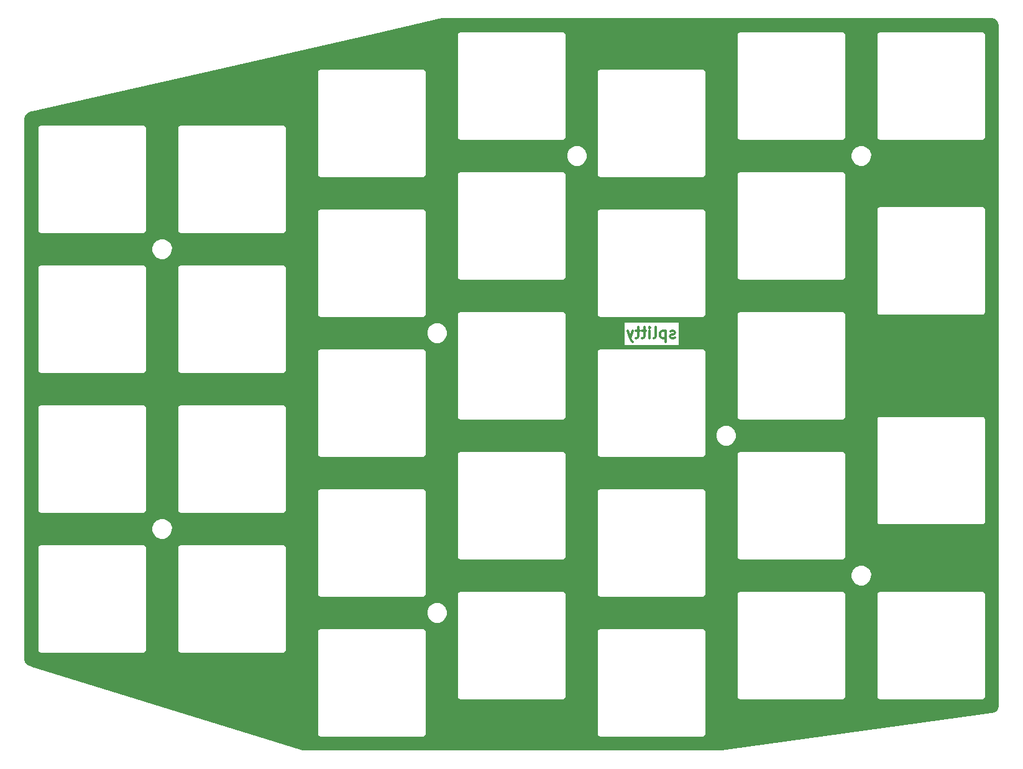
<source format=gbr>
G04 #@! TF.FileFunction,Copper,L2,Bot,Signal*
%FSLAX46Y46*%
G04 Gerber Fmt 4.6, Leading zero omitted, Abs format (unit mm)*
G04 Created by KiCad (PCBNEW 4.0.7+dfsg1-1~bpo9+1) date Sat May 26 14:25:42 2018*
%MOMM*%
%LPD*%
G01*
G04 APERTURE LIST*
%ADD10C,0.100000*%
%ADD11C,0.300000*%
%ADD12R,2.000000X2.000000*%
%ADD13C,0.200000*%
G04 APERTURE END LIST*
D10*
D11*
X136528572Y-72362143D02*
X136385715Y-72433571D01*
X136100000Y-72433571D01*
X135957143Y-72362143D01*
X135885715Y-72219286D01*
X135885715Y-72147857D01*
X135957143Y-72005000D01*
X136100000Y-71933571D01*
X136314286Y-71933571D01*
X136457143Y-71862143D01*
X136528572Y-71719286D01*
X136528572Y-71647857D01*
X136457143Y-71505000D01*
X136314286Y-71433571D01*
X136100000Y-71433571D01*
X135957143Y-71505000D01*
X135242857Y-71433571D02*
X135242857Y-72933571D01*
X135242857Y-71505000D02*
X135100000Y-71433571D01*
X134814286Y-71433571D01*
X134671429Y-71505000D01*
X134600000Y-71576429D01*
X134528571Y-71719286D01*
X134528571Y-72147857D01*
X134600000Y-72290714D01*
X134671429Y-72362143D01*
X134814286Y-72433571D01*
X135100000Y-72433571D01*
X135242857Y-72362143D01*
X133671428Y-72433571D02*
X133814286Y-72362143D01*
X133885714Y-72219286D01*
X133885714Y-70933571D01*
X133100000Y-72433571D02*
X133100000Y-71433571D01*
X133100000Y-70933571D02*
X133171429Y-71005000D01*
X133100000Y-71076429D01*
X133028572Y-71005000D01*
X133100000Y-70933571D01*
X133100000Y-71076429D01*
X132600000Y-71433571D02*
X132028571Y-71433571D01*
X132385714Y-70933571D02*
X132385714Y-72219286D01*
X132314286Y-72362143D01*
X132171428Y-72433571D01*
X132028571Y-72433571D01*
X131742857Y-71433571D02*
X131171428Y-71433571D01*
X131528571Y-70933571D02*
X131528571Y-72219286D01*
X131457143Y-72362143D01*
X131314285Y-72433571D01*
X131171428Y-72433571D01*
X130814285Y-71433571D02*
X130457142Y-72433571D01*
X130100000Y-71433571D02*
X130457142Y-72433571D01*
X130600000Y-72790714D01*
X130671428Y-72862143D01*
X130814285Y-72933571D01*
D12*
X166370000Y-76835000D03*
D13*
G36*
X180040788Y-29034335D02*
X180325457Y-29224545D01*
X180515665Y-29509212D01*
X180590000Y-29882917D01*
X180590000Y-122517083D01*
X180515665Y-122890788D01*
X180325457Y-123175455D01*
X180040788Y-123365665D01*
X179641090Y-123445170D01*
X142848575Y-128520000D01*
X85783370Y-128520000D01*
X49009114Y-117107300D01*
X48988890Y-117105177D01*
X48970109Y-117097398D01*
X48559212Y-117015665D01*
X48274545Y-116825457D01*
X48084335Y-116540788D01*
X48010000Y-116167082D01*
X48010000Y-100950000D01*
X49765000Y-100950000D01*
X49765000Y-114950000D01*
X49794306Y-115097333D01*
X49877764Y-115222236D01*
X50002667Y-115305694D01*
X50150000Y-115335000D01*
X64150000Y-115335000D01*
X64297333Y-115305694D01*
X64422236Y-115222236D01*
X64505694Y-115097333D01*
X64535000Y-114950000D01*
X64535000Y-100950000D01*
X68815000Y-100950000D01*
X68815000Y-114950000D01*
X68844306Y-115097333D01*
X68927764Y-115222236D01*
X69052667Y-115305694D01*
X69200000Y-115335000D01*
X83200000Y-115335000D01*
X83347333Y-115305694D01*
X83472236Y-115222236D01*
X83555694Y-115097333D01*
X83585000Y-114950000D01*
X83585000Y-112380000D01*
X87865000Y-112380000D01*
X87865000Y-126380000D01*
X87894306Y-126527333D01*
X87977764Y-126652236D01*
X88102667Y-126735694D01*
X88250000Y-126765000D01*
X102250000Y-126765000D01*
X102397333Y-126735694D01*
X102522236Y-126652236D01*
X102605694Y-126527333D01*
X102635000Y-126380000D01*
X102635000Y-112380000D01*
X102605694Y-112232667D01*
X102522236Y-112107764D01*
X102397333Y-112024306D01*
X102250000Y-111995000D01*
X88250000Y-111995000D01*
X88102667Y-112024306D01*
X87977764Y-112107764D01*
X87894306Y-112232667D01*
X87865000Y-112380000D01*
X83585000Y-112380000D01*
X83585000Y-110134236D01*
X102729755Y-110134236D01*
X102943963Y-110652658D01*
X103340256Y-111049643D01*
X103858303Y-111264755D01*
X104419236Y-111265245D01*
X104937658Y-111051037D01*
X105334643Y-110654744D01*
X105549755Y-110136697D01*
X105550245Y-109575764D01*
X105336037Y-109057342D01*
X104939744Y-108660357D01*
X104421697Y-108445245D01*
X103860764Y-108444755D01*
X103342342Y-108658963D01*
X102945357Y-109055256D01*
X102730245Y-109573303D01*
X102729755Y-110134236D01*
X83585000Y-110134236D01*
X83585000Y-100950000D01*
X83555694Y-100802667D01*
X83472236Y-100677764D01*
X83347333Y-100594306D01*
X83200000Y-100565000D01*
X69200000Y-100565000D01*
X69052667Y-100594306D01*
X68927764Y-100677764D01*
X68844306Y-100802667D01*
X68815000Y-100950000D01*
X64535000Y-100950000D01*
X64505694Y-100802667D01*
X64422236Y-100677764D01*
X64297333Y-100594306D01*
X64150000Y-100565000D01*
X50150000Y-100565000D01*
X50002667Y-100594306D01*
X49877764Y-100677764D01*
X49794306Y-100802667D01*
X49765000Y-100950000D01*
X48010000Y-100950000D01*
X48010000Y-98704236D01*
X65264755Y-98704236D01*
X65478963Y-99222658D01*
X65875256Y-99619643D01*
X66393303Y-99834755D01*
X66954236Y-99835245D01*
X67472658Y-99621037D01*
X67869643Y-99224744D01*
X68084755Y-98706697D01*
X68085245Y-98145764D01*
X67871037Y-97627342D01*
X67474744Y-97230357D01*
X66956697Y-97015245D01*
X66395764Y-97014755D01*
X65877342Y-97228963D01*
X65480357Y-97625256D01*
X65265245Y-98143303D01*
X65264755Y-98704236D01*
X48010000Y-98704236D01*
X48010000Y-81900000D01*
X49765000Y-81900000D01*
X49765000Y-95900000D01*
X49794306Y-96047333D01*
X49877764Y-96172236D01*
X50002667Y-96255694D01*
X50150000Y-96285000D01*
X64150000Y-96285000D01*
X64297333Y-96255694D01*
X64422236Y-96172236D01*
X64505694Y-96047333D01*
X64535000Y-95900000D01*
X64535000Y-81900000D01*
X68815000Y-81900000D01*
X68815000Y-95900000D01*
X68844306Y-96047333D01*
X68927764Y-96172236D01*
X69052667Y-96255694D01*
X69200000Y-96285000D01*
X83200000Y-96285000D01*
X83347333Y-96255694D01*
X83472236Y-96172236D01*
X83555694Y-96047333D01*
X83585000Y-95900000D01*
X83585000Y-93330000D01*
X87865000Y-93330000D01*
X87865000Y-107330000D01*
X87894306Y-107477333D01*
X87977764Y-107602236D01*
X88102667Y-107685694D01*
X88250000Y-107715000D01*
X102250000Y-107715000D01*
X102397333Y-107685694D01*
X102522236Y-107602236D01*
X102605694Y-107477333D01*
X102635000Y-107330000D01*
X102635000Y-107300000D01*
X106915000Y-107300000D01*
X106915000Y-121300000D01*
X106944306Y-121447333D01*
X107027764Y-121572236D01*
X107152667Y-121655694D01*
X107300000Y-121685000D01*
X121300000Y-121685000D01*
X121447333Y-121655694D01*
X121572236Y-121572236D01*
X121655694Y-121447333D01*
X121685000Y-121300000D01*
X121685000Y-112380000D01*
X125965000Y-112380000D01*
X125965000Y-126380000D01*
X125994306Y-126527333D01*
X126077764Y-126652236D01*
X126202667Y-126735694D01*
X126350000Y-126765000D01*
X140350000Y-126765000D01*
X140497333Y-126735694D01*
X140622236Y-126652236D01*
X140705694Y-126527333D01*
X140735000Y-126380000D01*
X140735000Y-112380000D01*
X140705694Y-112232667D01*
X140622236Y-112107764D01*
X140497333Y-112024306D01*
X140350000Y-111995000D01*
X126350000Y-111995000D01*
X126202667Y-112024306D01*
X126077764Y-112107764D01*
X125994306Y-112232667D01*
X125965000Y-112380000D01*
X121685000Y-112380000D01*
X121685000Y-107300000D01*
X121655694Y-107152667D01*
X121572236Y-107027764D01*
X121447333Y-106944306D01*
X121300000Y-106915000D01*
X107300000Y-106915000D01*
X107152667Y-106944306D01*
X107027764Y-107027764D01*
X106944306Y-107152667D01*
X106915000Y-107300000D01*
X102635000Y-107300000D01*
X102635000Y-93330000D01*
X102605694Y-93182667D01*
X102522236Y-93057764D01*
X102397333Y-92974306D01*
X102250000Y-92945000D01*
X88250000Y-92945000D01*
X88102667Y-92974306D01*
X87977764Y-93057764D01*
X87894306Y-93182667D01*
X87865000Y-93330000D01*
X83585000Y-93330000D01*
X83585000Y-81900000D01*
X83555694Y-81752667D01*
X83472236Y-81627764D01*
X83347333Y-81544306D01*
X83200000Y-81515000D01*
X69200000Y-81515000D01*
X69052667Y-81544306D01*
X68927764Y-81627764D01*
X68844306Y-81752667D01*
X68815000Y-81900000D01*
X64535000Y-81900000D01*
X64505694Y-81752667D01*
X64422236Y-81627764D01*
X64297333Y-81544306D01*
X64150000Y-81515000D01*
X50150000Y-81515000D01*
X50002667Y-81544306D01*
X49877764Y-81627764D01*
X49794306Y-81752667D01*
X49765000Y-81900000D01*
X48010000Y-81900000D01*
X48010000Y-62850000D01*
X49765000Y-62850000D01*
X49765000Y-76850000D01*
X49794306Y-76997333D01*
X49877764Y-77122236D01*
X50002667Y-77205694D01*
X50150000Y-77235000D01*
X64150000Y-77235000D01*
X64297333Y-77205694D01*
X64422236Y-77122236D01*
X64505694Y-76997333D01*
X64535000Y-76850000D01*
X64535000Y-62850000D01*
X68815000Y-62850000D01*
X68815000Y-76850000D01*
X68844306Y-76997333D01*
X68927764Y-77122236D01*
X69052667Y-77205694D01*
X69200000Y-77235000D01*
X83200000Y-77235000D01*
X83347333Y-77205694D01*
X83472236Y-77122236D01*
X83555694Y-76997333D01*
X83585000Y-76850000D01*
X83585000Y-74280000D01*
X87865000Y-74280000D01*
X87865000Y-88280000D01*
X87894306Y-88427333D01*
X87977764Y-88552236D01*
X88102667Y-88635694D01*
X88250000Y-88665000D01*
X102250000Y-88665000D01*
X102397333Y-88635694D01*
X102522236Y-88552236D01*
X102605694Y-88427333D01*
X102635000Y-88280000D01*
X102635000Y-88250000D01*
X106915000Y-88250000D01*
X106915000Y-102250000D01*
X106944306Y-102397333D01*
X107027764Y-102522236D01*
X107152667Y-102605694D01*
X107300000Y-102635000D01*
X121300000Y-102635000D01*
X121447333Y-102605694D01*
X121572236Y-102522236D01*
X121655694Y-102397333D01*
X121685000Y-102250000D01*
X121685000Y-93330000D01*
X125965000Y-93330000D01*
X125965000Y-107330000D01*
X125994306Y-107477333D01*
X126077764Y-107602236D01*
X126202667Y-107685694D01*
X126350000Y-107715000D01*
X140350000Y-107715000D01*
X140497333Y-107685694D01*
X140622236Y-107602236D01*
X140705694Y-107477333D01*
X140735000Y-107330000D01*
X140735000Y-107300000D01*
X145015000Y-107300000D01*
X145015000Y-121300000D01*
X145044306Y-121447333D01*
X145127764Y-121572236D01*
X145252667Y-121655694D01*
X145400000Y-121685000D01*
X159400000Y-121685000D01*
X159547333Y-121655694D01*
X159672236Y-121572236D01*
X159755694Y-121447333D01*
X159785000Y-121300000D01*
X159785000Y-107300000D01*
X164065000Y-107300000D01*
X164065000Y-121300000D01*
X164094306Y-121447333D01*
X164177764Y-121572236D01*
X164302667Y-121655694D01*
X164450000Y-121685000D01*
X178450000Y-121685000D01*
X178597333Y-121655694D01*
X178722236Y-121572236D01*
X178805694Y-121447333D01*
X178835000Y-121300000D01*
X178835000Y-107300000D01*
X178805694Y-107152667D01*
X178722236Y-107027764D01*
X178597333Y-106944306D01*
X178450000Y-106915000D01*
X164450000Y-106915000D01*
X164302667Y-106944306D01*
X164177764Y-107027764D01*
X164094306Y-107152667D01*
X164065000Y-107300000D01*
X159785000Y-107300000D01*
X159755694Y-107152667D01*
X159672236Y-107027764D01*
X159547333Y-106944306D01*
X159400000Y-106915000D01*
X145400000Y-106915000D01*
X145252667Y-106944306D01*
X145127764Y-107027764D01*
X145044306Y-107152667D01*
X145015000Y-107300000D01*
X140735000Y-107300000D01*
X140735000Y-105054236D01*
X160514755Y-105054236D01*
X160728963Y-105572658D01*
X161125256Y-105969643D01*
X161643303Y-106184755D01*
X162204236Y-106185245D01*
X162722658Y-105971037D01*
X163119643Y-105574744D01*
X163334755Y-105056697D01*
X163335245Y-104495764D01*
X163121037Y-103977342D01*
X162724744Y-103580357D01*
X162206697Y-103365245D01*
X161645764Y-103364755D01*
X161127342Y-103578963D01*
X160730357Y-103975256D01*
X160515245Y-104493303D01*
X160514755Y-105054236D01*
X140735000Y-105054236D01*
X140735000Y-93330000D01*
X140705694Y-93182667D01*
X140622236Y-93057764D01*
X140497333Y-92974306D01*
X140350000Y-92945000D01*
X126350000Y-92945000D01*
X126202667Y-92974306D01*
X126077764Y-93057764D01*
X125994306Y-93182667D01*
X125965000Y-93330000D01*
X121685000Y-93330000D01*
X121685000Y-88250000D01*
X121655694Y-88102667D01*
X121572236Y-87977764D01*
X121447333Y-87894306D01*
X121300000Y-87865000D01*
X107300000Y-87865000D01*
X107152667Y-87894306D01*
X107027764Y-87977764D01*
X106944306Y-88102667D01*
X106915000Y-88250000D01*
X102635000Y-88250000D01*
X102635000Y-74280000D01*
X102605694Y-74132667D01*
X102522236Y-74007764D01*
X102397333Y-73924306D01*
X102250000Y-73895000D01*
X88250000Y-73895000D01*
X88102667Y-73924306D01*
X87977764Y-74007764D01*
X87894306Y-74132667D01*
X87865000Y-74280000D01*
X83585000Y-74280000D01*
X83585000Y-72034236D01*
X102729755Y-72034236D01*
X102943963Y-72552658D01*
X103340256Y-72949643D01*
X103858303Y-73164755D01*
X104419236Y-73165245D01*
X104937658Y-72951037D01*
X105334643Y-72554744D01*
X105549755Y-72036697D01*
X105550245Y-71475764D01*
X105336037Y-70957342D01*
X104939744Y-70560357D01*
X104421697Y-70345245D01*
X103860764Y-70344755D01*
X103342342Y-70558963D01*
X102945357Y-70955256D01*
X102730245Y-71473303D01*
X102729755Y-72034236D01*
X83585000Y-72034236D01*
X83585000Y-62850000D01*
X83555694Y-62702667D01*
X83472236Y-62577764D01*
X83347333Y-62494306D01*
X83200000Y-62465000D01*
X69200000Y-62465000D01*
X69052667Y-62494306D01*
X68927764Y-62577764D01*
X68844306Y-62702667D01*
X68815000Y-62850000D01*
X64535000Y-62850000D01*
X64505694Y-62702667D01*
X64422236Y-62577764D01*
X64297333Y-62494306D01*
X64150000Y-62465000D01*
X50150000Y-62465000D01*
X50002667Y-62494306D01*
X49877764Y-62577764D01*
X49794306Y-62702667D01*
X49765000Y-62850000D01*
X48010000Y-62850000D01*
X48010000Y-60604236D01*
X65264755Y-60604236D01*
X65478963Y-61122658D01*
X65875256Y-61519643D01*
X66393303Y-61734755D01*
X66954236Y-61735245D01*
X67472658Y-61521037D01*
X67869643Y-61124744D01*
X68084755Y-60606697D01*
X68085245Y-60045764D01*
X67871037Y-59527342D01*
X67474744Y-59130357D01*
X66956697Y-58915245D01*
X66395764Y-58914755D01*
X65877342Y-59128963D01*
X65480357Y-59525256D01*
X65265245Y-60043303D01*
X65264755Y-60604236D01*
X48010000Y-60604236D01*
X48010000Y-43800000D01*
X49765000Y-43800000D01*
X49765000Y-57800000D01*
X49794306Y-57947333D01*
X49877764Y-58072236D01*
X50002667Y-58155694D01*
X50150000Y-58185000D01*
X64150000Y-58185000D01*
X64297333Y-58155694D01*
X64422236Y-58072236D01*
X64505694Y-57947333D01*
X64535000Y-57800000D01*
X64535000Y-43800000D01*
X68815000Y-43800000D01*
X68815000Y-57800000D01*
X68844306Y-57947333D01*
X68927764Y-58072236D01*
X69052667Y-58155694D01*
X69200000Y-58185000D01*
X83200000Y-58185000D01*
X83347333Y-58155694D01*
X83472236Y-58072236D01*
X83555694Y-57947333D01*
X83585000Y-57800000D01*
X83585000Y-55230000D01*
X87865000Y-55230000D01*
X87865000Y-69230000D01*
X87894306Y-69377333D01*
X87977764Y-69502236D01*
X88102667Y-69585694D01*
X88250000Y-69615000D01*
X102250000Y-69615000D01*
X102397333Y-69585694D01*
X102522236Y-69502236D01*
X102605694Y-69377333D01*
X102635000Y-69230000D01*
X102635000Y-69200000D01*
X106915000Y-69200000D01*
X106915000Y-83200000D01*
X106944306Y-83347333D01*
X107027764Y-83472236D01*
X107152667Y-83555694D01*
X107300000Y-83585000D01*
X121300000Y-83585000D01*
X121447333Y-83555694D01*
X121572236Y-83472236D01*
X121655694Y-83347333D01*
X121685000Y-83200000D01*
X121685000Y-74280000D01*
X125965000Y-74280000D01*
X125965000Y-88280000D01*
X125994306Y-88427333D01*
X126077764Y-88552236D01*
X126202667Y-88635694D01*
X126350000Y-88665000D01*
X140350000Y-88665000D01*
X140497333Y-88635694D01*
X140622236Y-88552236D01*
X140705694Y-88427333D01*
X140735000Y-88280000D01*
X140735000Y-88250000D01*
X145015000Y-88250000D01*
X145015000Y-102250000D01*
X145044306Y-102397333D01*
X145127764Y-102522236D01*
X145252667Y-102605694D01*
X145400000Y-102635000D01*
X159400000Y-102635000D01*
X159547333Y-102605694D01*
X159672236Y-102522236D01*
X159755694Y-102397333D01*
X159785000Y-102250000D01*
X159785000Y-88250000D01*
X159755694Y-88102667D01*
X159672236Y-87977764D01*
X159547333Y-87894306D01*
X159400000Y-87865000D01*
X145400000Y-87865000D01*
X145252667Y-87894306D01*
X145127764Y-87977764D01*
X145044306Y-88102667D01*
X145015000Y-88250000D01*
X140735000Y-88250000D01*
X140735000Y-86004236D01*
X142099755Y-86004236D01*
X142313963Y-86522658D01*
X142710256Y-86919643D01*
X143228303Y-87134755D01*
X143789236Y-87135245D01*
X144307658Y-86921037D01*
X144704643Y-86524744D01*
X144919755Y-86006697D01*
X144920245Y-85445764D01*
X144706037Y-84927342D01*
X144309744Y-84530357D01*
X143791697Y-84315245D01*
X143230764Y-84314755D01*
X142712342Y-84528963D01*
X142315357Y-84925256D01*
X142100245Y-85443303D01*
X142099755Y-86004236D01*
X140735000Y-86004236D01*
X140735000Y-74280000D01*
X140705694Y-74132667D01*
X140622236Y-74007764D01*
X140497333Y-73924306D01*
X140350000Y-73895000D01*
X126350000Y-73895000D01*
X126202667Y-73924306D01*
X126077764Y-74007764D01*
X125994306Y-74132667D01*
X125965000Y-74280000D01*
X121685000Y-74280000D01*
X121685000Y-70245000D01*
X129575714Y-70245000D01*
X129575714Y-73415000D01*
X137124286Y-73415000D01*
X137124286Y-70245000D01*
X129575714Y-70245000D01*
X121685000Y-70245000D01*
X121685000Y-69200000D01*
X121655694Y-69052667D01*
X121572236Y-68927764D01*
X121447333Y-68844306D01*
X121300000Y-68815000D01*
X107300000Y-68815000D01*
X107152667Y-68844306D01*
X107027764Y-68927764D01*
X106944306Y-69052667D01*
X106915000Y-69200000D01*
X102635000Y-69200000D01*
X102635000Y-55230000D01*
X102605694Y-55082667D01*
X102522236Y-54957764D01*
X102397333Y-54874306D01*
X102250000Y-54845000D01*
X88250000Y-54845000D01*
X88102667Y-54874306D01*
X87977764Y-54957764D01*
X87894306Y-55082667D01*
X87865000Y-55230000D01*
X83585000Y-55230000D01*
X83585000Y-43800000D01*
X83555694Y-43652667D01*
X83472236Y-43527764D01*
X83347333Y-43444306D01*
X83200000Y-43415000D01*
X69200000Y-43415000D01*
X69052667Y-43444306D01*
X68927764Y-43527764D01*
X68844306Y-43652667D01*
X68815000Y-43800000D01*
X64535000Y-43800000D01*
X64505694Y-43652667D01*
X64422236Y-43527764D01*
X64297333Y-43444306D01*
X64150000Y-43415000D01*
X50150000Y-43415000D01*
X50002667Y-43444306D01*
X49877764Y-43527764D01*
X49794306Y-43652667D01*
X49765000Y-43800000D01*
X48010000Y-43800000D01*
X48010000Y-42582918D01*
X48084335Y-42209212D01*
X48274545Y-41924543D01*
X48559212Y-41734335D01*
X48970109Y-41652602D01*
X48975015Y-41650570D01*
X48980324Y-41650426D01*
X73050198Y-36180000D01*
X87865000Y-36180000D01*
X87865000Y-50180000D01*
X87894306Y-50327333D01*
X87977764Y-50452236D01*
X88102667Y-50535694D01*
X88250000Y-50565000D01*
X102250000Y-50565000D01*
X102397333Y-50535694D01*
X102522236Y-50452236D01*
X102605694Y-50327333D01*
X102635000Y-50180000D01*
X102635000Y-50150000D01*
X106915000Y-50150000D01*
X106915000Y-64150000D01*
X106944306Y-64297333D01*
X107027764Y-64422236D01*
X107152667Y-64505694D01*
X107300000Y-64535000D01*
X121300000Y-64535000D01*
X121447333Y-64505694D01*
X121572236Y-64422236D01*
X121655694Y-64297333D01*
X121685000Y-64150000D01*
X121685000Y-55230000D01*
X125965000Y-55230000D01*
X125965000Y-69230000D01*
X125994306Y-69377333D01*
X126077764Y-69502236D01*
X126202667Y-69585694D01*
X126350000Y-69615000D01*
X140350000Y-69615000D01*
X140497333Y-69585694D01*
X140622236Y-69502236D01*
X140705694Y-69377333D01*
X140735000Y-69230000D01*
X140735000Y-69200000D01*
X145015000Y-69200000D01*
X145015000Y-83200000D01*
X145044306Y-83347333D01*
X145127764Y-83472236D01*
X145252667Y-83555694D01*
X145400000Y-83585000D01*
X159400000Y-83585000D01*
X159547333Y-83555694D01*
X159649391Y-83487500D01*
X164065000Y-83487500D01*
X164065000Y-97487500D01*
X164094306Y-97634833D01*
X164177764Y-97759736D01*
X164302667Y-97843194D01*
X164450000Y-97872500D01*
X178450000Y-97872500D01*
X178597333Y-97843194D01*
X178722236Y-97759736D01*
X178805694Y-97634833D01*
X178835000Y-97487500D01*
X178835000Y-83487500D01*
X178805694Y-83340167D01*
X178722236Y-83215264D01*
X178597333Y-83131806D01*
X178450000Y-83102500D01*
X164450000Y-83102500D01*
X164302667Y-83131806D01*
X164177764Y-83215264D01*
X164094306Y-83340167D01*
X164065000Y-83487500D01*
X159649391Y-83487500D01*
X159672236Y-83472236D01*
X159755694Y-83347333D01*
X159785000Y-83200000D01*
X159785000Y-69200000D01*
X159755694Y-69052667D01*
X159672236Y-68927764D01*
X159547333Y-68844306D01*
X159400000Y-68815000D01*
X145400000Y-68815000D01*
X145252667Y-68844306D01*
X145127764Y-68927764D01*
X145044306Y-69052667D01*
X145015000Y-69200000D01*
X140735000Y-69200000D01*
X140735000Y-55230000D01*
X140705694Y-55082667D01*
X140622236Y-54957764D01*
X140497333Y-54874306D01*
X140350000Y-54845000D01*
X126350000Y-54845000D01*
X126202667Y-54874306D01*
X126077764Y-54957764D01*
X125994306Y-55082667D01*
X125965000Y-55230000D01*
X121685000Y-55230000D01*
X121685000Y-50150000D01*
X121655694Y-50002667D01*
X121572236Y-49877764D01*
X121447333Y-49794306D01*
X121300000Y-49765000D01*
X107300000Y-49765000D01*
X107152667Y-49794306D01*
X107027764Y-49877764D01*
X106944306Y-50002667D01*
X106915000Y-50150000D01*
X102635000Y-50150000D01*
X102635000Y-47904236D01*
X121779755Y-47904236D01*
X121993963Y-48422658D01*
X122390256Y-48819643D01*
X122908303Y-49034755D01*
X123469236Y-49035245D01*
X123987658Y-48821037D01*
X124384643Y-48424744D01*
X124599755Y-47906697D01*
X124600245Y-47345764D01*
X124386037Y-46827342D01*
X123989744Y-46430357D01*
X123471697Y-46215245D01*
X122910764Y-46214755D01*
X122392342Y-46428963D01*
X121995357Y-46825256D01*
X121780245Y-47343303D01*
X121779755Y-47904236D01*
X102635000Y-47904236D01*
X102635000Y-36180000D01*
X102605694Y-36032667D01*
X102522236Y-35907764D01*
X102397333Y-35824306D01*
X102250000Y-35795000D01*
X88250000Y-35795000D01*
X88102667Y-35824306D01*
X87977764Y-35907764D01*
X87894306Y-36032667D01*
X87865000Y-36180000D01*
X73050198Y-36180000D01*
X95402198Y-31100000D01*
X106915000Y-31100000D01*
X106915000Y-45100000D01*
X106944306Y-45247333D01*
X107027764Y-45372236D01*
X107152667Y-45455694D01*
X107300000Y-45485000D01*
X121300000Y-45485000D01*
X121447333Y-45455694D01*
X121572236Y-45372236D01*
X121655694Y-45247333D01*
X121685000Y-45100000D01*
X121685000Y-36180000D01*
X125965000Y-36180000D01*
X125965000Y-50180000D01*
X125994306Y-50327333D01*
X126077764Y-50452236D01*
X126202667Y-50535694D01*
X126350000Y-50565000D01*
X140350000Y-50565000D01*
X140497333Y-50535694D01*
X140622236Y-50452236D01*
X140705694Y-50327333D01*
X140735000Y-50180000D01*
X140735000Y-50150000D01*
X145015000Y-50150000D01*
X145015000Y-64150000D01*
X145044306Y-64297333D01*
X145127764Y-64422236D01*
X145252667Y-64505694D01*
X145400000Y-64535000D01*
X159400000Y-64535000D01*
X159547333Y-64505694D01*
X159672236Y-64422236D01*
X159755694Y-64297333D01*
X159785000Y-64150000D01*
X159785000Y-54912500D01*
X164065000Y-54912500D01*
X164065000Y-68912500D01*
X164094306Y-69059833D01*
X164177764Y-69184736D01*
X164302667Y-69268194D01*
X164450000Y-69297500D01*
X178450000Y-69297500D01*
X178597333Y-69268194D01*
X178722236Y-69184736D01*
X178805694Y-69059833D01*
X178835000Y-68912500D01*
X178835000Y-54912500D01*
X178805694Y-54765167D01*
X178722236Y-54640264D01*
X178597333Y-54556806D01*
X178450000Y-54527500D01*
X164450000Y-54527500D01*
X164302667Y-54556806D01*
X164177764Y-54640264D01*
X164094306Y-54765167D01*
X164065000Y-54912500D01*
X159785000Y-54912500D01*
X159785000Y-50150000D01*
X159755694Y-50002667D01*
X159672236Y-49877764D01*
X159547333Y-49794306D01*
X159400000Y-49765000D01*
X145400000Y-49765000D01*
X145252667Y-49794306D01*
X145127764Y-49877764D01*
X145044306Y-50002667D01*
X145015000Y-50150000D01*
X140735000Y-50150000D01*
X140735000Y-47904236D01*
X160514755Y-47904236D01*
X160728963Y-48422658D01*
X161125256Y-48819643D01*
X161643303Y-49034755D01*
X162204236Y-49035245D01*
X162722658Y-48821037D01*
X163119643Y-48424744D01*
X163334755Y-47906697D01*
X163335245Y-47345764D01*
X163121037Y-46827342D01*
X162724744Y-46430357D01*
X162206697Y-46215245D01*
X161645764Y-46214755D01*
X161127342Y-46428963D01*
X160730357Y-46825256D01*
X160515245Y-47343303D01*
X160514755Y-47904236D01*
X140735000Y-47904236D01*
X140735000Y-36180000D01*
X140705694Y-36032667D01*
X140622236Y-35907764D01*
X140497333Y-35824306D01*
X140350000Y-35795000D01*
X126350000Y-35795000D01*
X126202667Y-35824306D01*
X126077764Y-35907764D01*
X125994306Y-36032667D01*
X125965000Y-36180000D01*
X121685000Y-36180000D01*
X121685000Y-31100000D01*
X145015000Y-31100000D01*
X145015000Y-45100000D01*
X145044306Y-45247333D01*
X145127764Y-45372236D01*
X145252667Y-45455694D01*
X145400000Y-45485000D01*
X159400000Y-45485000D01*
X159547333Y-45455694D01*
X159672236Y-45372236D01*
X159755694Y-45247333D01*
X159785000Y-45100000D01*
X159785000Y-31100000D01*
X164065000Y-31100000D01*
X164065000Y-45100000D01*
X164094306Y-45247333D01*
X164177764Y-45372236D01*
X164302667Y-45455694D01*
X164450000Y-45485000D01*
X178450000Y-45485000D01*
X178597333Y-45455694D01*
X178722236Y-45372236D01*
X178805694Y-45247333D01*
X178835000Y-45100000D01*
X178835000Y-31100000D01*
X178805694Y-30952667D01*
X178722236Y-30827764D01*
X178597333Y-30744306D01*
X178450000Y-30715000D01*
X164450000Y-30715000D01*
X164302667Y-30744306D01*
X164177764Y-30827764D01*
X164094306Y-30952667D01*
X164065000Y-31100000D01*
X159785000Y-31100000D01*
X159755694Y-30952667D01*
X159672236Y-30827764D01*
X159547333Y-30744306D01*
X159400000Y-30715000D01*
X145400000Y-30715000D01*
X145252667Y-30744306D01*
X145127764Y-30827764D01*
X145044306Y-30952667D01*
X145015000Y-31100000D01*
X121685000Y-31100000D01*
X121655694Y-30952667D01*
X121572236Y-30827764D01*
X121447333Y-30744306D01*
X121300000Y-30715000D01*
X107300000Y-30715000D01*
X107152667Y-30744306D01*
X107027764Y-30827764D01*
X106944306Y-30952667D01*
X106915000Y-31100000D01*
X95402198Y-31100000D01*
X104818198Y-28960000D01*
X179667082Y-28960000D01*
X180040788Y-29034335D01*
X180040788Y-29034335D01*
G37*
X180040788Y-29034335D02*
X180325457Y-29224545D01*
X180515665Y-29509212D01*
X180590000Y-29882917D01*
X180590000Y-122517083D01*
X180515665Y-122890788D01*
X180325457Y-123175455D01*
X180040788Y-123365665D01*
X179641090Y-123445170D01*
X142848575Y-128520000D01*
X85783370Y-128520000D01*
X49009114Y-117107300D01*
X48988890Y-117105177D01*
X48970109Y-117097398D01*
X48559212Y-117015665D01*
X48274545Y-116825457D01*
X48084335Y-116540788D01*
X48010000Y-116167082D01*
X48010000Y-100950000D01*
X49765000Y-100950000D01*
X49765000Y-114950000D01*
X49794306Y-115097333D01*
X49877764Y-115222236D01*
X50002667Y-115305694D01*
X50150000Y-115335000D01*
X64150000Y-115335000D01*
X64297333Y-115305694D01*
X64422236Y-115222236D01*
X64505694Y-115097333D01*
X64535000Y-114950000D01*
X64535000Y-100950000D01*
X68815000Y-100950000D01*
X68815000Y-114950000D01*
X68844306Y-115097333D01*
X68927764Y-115222236D01*
X69052667Y-115305694D01*
X69200000Y-115335000D01*
X83200000Y-115335000D01*
X83347333Y-115305694D01*
X83472236Y-115222236D01*
X83555694Y-115097333D01*
X83585000Y-114950000D01*
X83585000Y-112380000D01*
X87865000Y-112380000D01*
X87865000Y-126380000D01*
X87894306Y-126527333D01*
X87977764Y-126652236D01*
X88102667Y-126735694D01*
X88250000Y-126765000D01*
X102250000Y-126765000D01*
X102397333Y-126735694D01*
X102522236Y-126652236D01*
X102605694Y-126527333D01*
X102635000Y-126380000D01*
X102635000Y-112380000D01*
X102605694Y-112232667D01*
X102522236Y-112107764D01*
X102397333Y-112024306D01*
X102250000Y-111995000D01*
X88250000Y-111995000D01*
X88102667Y-112024306D01*
X87977764Y-112107764D01*
X87894306Y-112232667D01*
X87865000Y-112380000D01*
X83585000Y-112380000D01*
X83585000Y-110134236D01*
X102729755Y-110134236D01*
X102943963Y-110652658D01*
X103340256Y-111049643D01*
X103858303Y-111264755D01*
X104419236Y-111265245D01*
X104937658Y-111051037D01*
X105334643Y-110654744D01*
X105549755Y-110136697D01*
X105550245Y-109575764D01*
X105336037Y-109057342D01*
X104939744Y-108660357D01*
X104421697Y-108445245D01*
X103860764Y-108444755D01*
X103342342Y-108658963D01*
X102945357Y-109055256D01*
X102730245Y-109573303D01*
X102729755Y-110134236D01*
X83585000Y-110134236D01*
X83585000Y-100950000D01*
X83555694Y-100802667D01*
X83472236Y-100677764D01*
X83347333Y-100594306D01*
X83200000Y-100565000D01*
X69200000Y-100565000D01*
X69052667Y-100594306D01*
X68927764Y-100677764D01*
X68844306Y-100802667D01*
X68815000Y-100950000D01*
X64535000Y-100950000D01*
X64505694Y-100802667D01*
X64422236Y-100677764D01*
X64297333Y-100594306D01*
X64150000Y-100565000D01*
X50150000Y-100565000D01*
X50002667Y-100594306D01*
X49877764Y-100677764D01*
X49794306Y-100802667D01*
X49765000Y-100950000D01*
X48010000Y-100950000D01*
X48010000Y-98704236D01*
X65264755Y-98704236D01*
X65478963Y-99222658D01*
X65875256Y-99619643D01*
X66393303Y-99834755D01*
X66954236Y-99835245D01*
X67472658Y-99621037D01*
X67869643Y-99224744D01*
X68084755Y-98706697D01*
X68085245Y-98145764D01*
X67871037Y-97627342D01*
X67474744Y-97230357D01*
X66956697Y-97015245D01*
X66395764Y-97014755D01*
X65877342Y-97228963D01*
X65480357Y-97625256D01*
X65265245Y-98143303D01*
X65264755Y-98704236D01*
X48010000Y-98704236D01*
X48010000Y-81900000D01*
X49765000Y-81900000D01*
X49765000Y-95900000D01*
X49794306Y-96047333D01*
X49877764Y-96172236D01*
X50002667Y-96255694D01*
X50150000Y-96285000D01*
X64150000Y-96285000D01*
X64297333Y-96255694D01*
X64422236Y-96172236D01*
X64505694Y-96047333D01*
X64535000Y-95900000D01*
X64535000Y-81900000D01*
X68815000Y-81900000D01*
X68815000Y-95900000D01*
X68844306Y-96047333D01*
X68927764Y-96172236D01*
X69052667Y-96255694D01*
X69200000Y-96285000D01*
X83200000Y-96285000D01*
X83347333Y-96255694D01*
X83472236Y-96172236D01*
X83555694Y-96047333D01*
X83585000Y-95900000D01*
X83585000Y-93330000D01*
X87865000Y-93330000D01*
X87865000Y-107330000D01*
X87894306Y-107477333D01*
X87977764Y-107602236D01*
X88102667Y-107685694D01*
X88250000Y-107715000D01*
X102250000Y-107715000D01*
X102397333Y-107685694D01*
X102522236Y-107602236D01*
X102605694Y-107477333D01*
X102635000Y-107330000D01*
X102635000Y-107300000D01*
X106915000Y-107300000D01*
X106915000Y-121300000D01*
X106944306Y-121447333D01*
X107027764Y-121572236D01*
X107152667Y-121655694D01*
X107300000Y-121685000D01*
X121300000Y-121685000D01*
X121447333Y-121655694D01*
X121572236Y-121572236D01*
X121655694Y-121447333D01*
X121685000Y-121300000D01*
X121685000Y-112380000D01*
X125965000Y-112380000D01*
X125965000Y-126380000D01*
X125994306Y-126527333D01*
X126077764Y-126652236D01*
X126202667Y-126735694D01*
X126350000Y-126765000D01*
X140350000Y-126765000D01*
X140497333Y-126735694D01*
X140622236Y-126652236D01*
X140705694Y-126527333D01*
X140735000Y-126380000D01*
X140735000Y-112380000D01*
X140705694Y-112232667D01*
X140622236Y-112107764D01*
X140497333Y-112024306D01*
X140350000Y-111995000D01*
X126350000Y-111995000D01*
X126202667Y-112024306D01*
X126077764Y-112107764D01*
X125994306Y-112232667D01*
X125965000Y-112380000D01*
X121685000Y-112380000D01*
X121685000Y-107300000D01*
X121655694Y-107152667D01*
X121572236Y-107027764D01*
X121447333Y-106944306D01*
X121300000Y-106915000D01*
X107300000Y-106915000D01*
X107152667Y-106944306D01*
X107027764Y-107027764D01*
X106944306Y-107152667D01*
X106915000Y-107300000D01*
X102635000Y-107300000D01*
X102635000Y-93330000D01*
X102605694Y-93182667D01*
X102522236Y-93057764D01*
X102397333Y-92974306D01*
X102250000Y-92945000D01*
X88250000Y-92945000D01*
X88102667Y-92974306D01*
X87977764Y-93057764D01*
X87894306Y-93182667D01*
X87865000Y-93330000D01*
X83585000Y-93330000D01*
X83585000Y-81900000D01*
X83555694Y-81752667D01*
X83472236Y-81627764D01*
X83347333Y-81544306D01*
X83200000Y-81515000D01*
X69200000Y-81515000D01*
X69052667Y-81544306D01*
X68927764Y-81627764D01*
X68844306Y-81752667D01*
X68815000Y-81900000D01*
X64535000Y-81900000D01*
X64505694Y-81752667D01*
X64422236Y-81627764D01*
X64297333Y-81544306D01*
X64150000Y-81515000D01*
X50150000Y-81515000D01*
X50002667Y-81544306D01*
X49877764Y-81627764D01*
X49794306Y-81752667D01*
X49765000Y-81900000D01*
X48010000Y-81900000D01*
X48010000Y-62850000D01*
X49765000Y-62850000D01*
X49765000Y-76850000D01*
X49794306Y-76997333D01*
X49877764Y-77122236D01*
X50002667Y-77205694D01*
X50150000Y-77235000D01*
X64150000Y-77235000D01*
X64297333Y-77205694D01*
X64422236Y-77122236D01*
X64505694Y-76997333D01*
X64535000Y-76850000D01*
X64535000Y-62850000D01*
X68815000Y-62850000D01*
X68815000Y-76850000D01*
X68844306Y-76997333D01*
X68927764Y-77122236D01*
X69052667Y-77205694D01*
X69200000Y-77235000D01*
X83200000Y-77235000D01*
X83347333Y-77205694D01*
X83472236Y-77122236D01*
X83555694Y-76997333D01*
X83585000Y-76850000D01*
X83585000Y-74280000D01*
X87865000Y-74280000D01*
X87865000Y-88280000D01*
X87894306Y-88427333D01*
X87977764Y-88552236D01*
X88102667Y-88635694D01*
X88250000Y-88665000D01*
X102250000Y-88665000D01*
X102397333Y-88635694D01*
X102522236Y-88552236D01*
X102605694Y-88427333D01*
X102635000Y-88280000D01*
X102635000Y-88250000D01*
X106915000Y-88250000D01*
X106915000Y-102250000D01*
X106944306Y-102397333D01*
X107027764Y-102522236D01*
X107152667Y-102605694D01*
X107300000Y-102635000D01*
X121300000Y-102635000D01*
X121447333Y-102605694D01*
X121572236Y-102522236D01*
X121655694Y-102397333D01*
X121685000Y-102250000D01*
X121685000Y-93330000D01*
X125965000Y-93330000D01*
X125965000Y-107330000D01*
X125994306Y-107477333D01*
X126077764Y-107602236D01*
X126202667Y-107685694D01*
X126350000Y-107715000D01*
X140350000Y-107715000D01*
X140497333Y-107685694D01*
X140622236Y-107602236D01*
X140705694Y-107477333D01*
X140735000Y-107330000D01*
X140735000Y-107300000D01*
X145015000Y-107300000D01*
X145015000Y-121300000D01*
X145044306Y-121447333D01*
X145127764Y-121572236D01*
X145252667Y-121655694D01*
X145400000Y-121685000D01*
X159400000Y-121685000D01*
X159547333Y-121655694D01*
X159672236Y-121572236D01*
X159755694Y-121447333D01*
X159785000Y-121300000D01*
X159785000Y-107300000D01*
X164065000Y-107300000D01*
X164065000Y-121300000D01*
X164094306Y-121447333D01*
X164177764Y-121572236D01*
X164302667Y-121655694D01*
X164450000Y-121685000D01*
X178450000Y-121685000D01*
X178597333Y-121655694D01*
X178722236Y-121572236D01*
X178805694Y-121447333D01*
X178835000Y-121300000D01*
X178835000Y-107300000D01*
X178805694Y-107152667D01*
X178722236Y-107027764D01*
X178597333Y-106944306D01*
X178450000Y-106915000D01*
X164450000Y-106915000D01*
X164302667Y-106944306D01*
X164177764Y-107027764D01*
X164094306Y-107152667D01*
X164065000Y-107300000D01*
X159785000Y-107300000D01*
X159755694Y-107152667D01*
X159672236Y-107027764D01*
X159547333Y-106944306D01*
X159400000Y-106915000D01*
X145400000Y-106915000D01*
X145252667Y-106944306D01*
X145127764Y-107027764D01*
X145044306Y-107152667D01*
X145015000Y-107300000D01*
X140735000Y-107300000D01*
X140735000Y-105054236D01*
X160514755Y-105054236D01*
X160728963Y-105572658D01*
X161125256Y-105969643D01*
X161643303Y-106184755D01*
X162204236Y-106185245D01*
X162722658Y-105971037D01*
X163119643Y-105574744D01*
X163334755Y-105056697D01*
X163335245Y-104495764D01*
X163121037Y-103977342D01*
X162724744Y-103580357D01*
X162206697Y-103365245D01*
X161645764Y-103364755D01*
X161127342Y-103578963D01*
X160730357Y-103975256D01*
X160515245Y-104493303D01*
X160514755Y-105054236D01*
X140735000Y-105054236D01*
X140735000Y-93330000D01*
X140705694Y-93182667D01*
X140622236Y-93057764D01*
X140497333Y-92974306D01*
X140350000Y-92945000D01*
X126350000Y-92945000D01*
X126202667Y-92974306D01*
X126077764Y-93057764D01*
X125994306Y-93182667D01*
X125965000Y-93330000D01*
X121685000Y-93330000D01*
X121685000Y-88250000D01*
X121655694Y-88102667D01*
X121572236Y-87977764D01*
X121447333Y-87894306D01*
X121300000Y-87865000D01*
X107300000Y-87865000D01*
X107152667Y-87894306D01*
X107027764Y-87977764D01*
X106944306Y-88102667D01*
X106915000Y-88250000D01*
X102635000Y-88250000D01*
X102635000Y-74280000D01*
X102605694Y-74132667D01*
X102522236Y-74007764D01*
X102397333Y-73924306D01*
X102250000Y-73895000D01*
X88250000Y-73895000D01*
X88102667Y-73924306D01*
X87977764Y-74007764D01*
X87894306Y-74132667D01*
X87865000Y-74280000D01*
X83585000Y-74280000D01*
X83585000Y-72034236D01*
X102729755Y-72034236D01*
X102943963Y-72552658D01*
X103340256Y-72949643D01*
X103858303Y-73164755D01*
X104419236Y-73165245D01*
X104937658Y-72951037D01*
X105334643Y-72554744D01*
X105549755Y-72036697D01*
X105550245Y-71475764D01*
X105336037Y-70957342D01*
X104939744Y-70560357D01*
X104421697Y-70345245D01*
X103860764Y-70344755D01*
X103342342Y-70558963D01*
X102945357Y-70955256D01*
X102730245Y-71473303D01*
X102729755Y-72034236D01*
X83585000Y-72034236D01*
X83585000Y-62850000D01*
X83555694Y-62702667D01*
X83472236Y-62577764D01*
X83347333Y-62494306D01*
X83200000Y-62465000D01*
X69200000Y-62465000D01*
X69052667Y-62494306D01*
X68927764Y-62577764D01*
X68844306Y-62702667D01*
X68815000Y-62850000D01*
X64535000Y-62850000D01*
X64505694Y-62702667D01*
X64422236Y-62577764D01*
X64297333Y-62494306D01*
X64150000Y-62465000D01*
X50150000Y-62465000D01*
X50002667Y-62494306D01*
X49877764Y-62577764D01*
X49794306Y-62702667D01*
X49765000Y-62850000D01*
X48010000Y-62850000D01*
X48010000Y-60604236D01*
X65264755Y-60604236D01*
X65478963Y-61122658D01*
X65875256Y-61519643D01*
X66393303Y-61734755D01*
X66954236Y-61735245D01*
X67472658Y-61521037D01*
X67869643Y-61124744D01*
X68084755Y-60606697D01*
X68085245Y-60045764D01*
X67871037Y-59527342D01*
X67474744Y-59130357D01*
X66956697Y-58915245D01*
X66395764Y-58914755D01*
X65877342Y-59128963D01*
X65480357Y-59525256D01*
X65265245Y-60043303D01*
X65264755Y-60604236D01*
X48010000Y-60604236D01*
X48010000Y-43800000D01*
X49765000Y-43800000D01*
X49765000Y-57800000D01*
X49794306Y-57947333D01*
X49877764Y-58072236D01*
X50002667Y-58155694D01*
X50150000Y-58185000D01*
X64150000Y-58185000D01*
X64297333Y-58155694D01*
X64422236Y-58072236D01*
X64505694Y-57947333D01*
X64535000Y-57800000D01*
X64535000Y-43800000D01*
X68815000Y-43800000D01*
X68815000Y-57800000D01*
X68844306Y-57947333D01*
X68927764Y-58072236D01*
X69052667Y-58155694D01*
X69200000Y-58185000D01*
X83200000Y-58185000D01*
X83347333Y-58155694D01*
X83472236Y-58072236D01*
X83555694Y-57947333D01*
X83585000Y-57800000D01*
X83585000Y-55230000D01*
X87865000Y-55230000D01*
X87865000Y-69230000D01*
X87894306Y-69377333D01*
X87977764Y-69502236D01*
X88102667Y-69585694D01*
X88250000Y-69615000D01*
X102250000Y-69615000D01*
X102397333Y-69585694D01*
X102522236Y-69502236D01*
X102605694Y-69377333D01*
X102635000Y-69230000D01*
X102635000Y-69200000D01*
X106915000Y-69200000D01*
X106915000Y-83200000D01*
X106944306Y-83347333D01*
X107027764Y-83472236D01*
X107152667Y-83555694D01*
X107300000Y-83585000D01*
X121300000Y-83585000D01*
X121447333Y-83555694D01*
X121572236Y-83472236D01*
X121655694Y-83347333D01*
X121685000Y-83200000D01*
X121685000Y-74280000D01*
X125965000Y-74280000D01*
X125965000Y-88280000D01*
X125994306Y-88427333D01*
X126077764Y-88552236D01*
X126202667Y-88635694D01*
X126350000Y-88665000D01*
X140350000Y-88665000D01*
X140497333Y-88635694D01*
X140622236Y-88552236D01*
X140705694Y-88427333D01*
X140735000Y-88280000D01*
X140735000Y-88250000D01*
X145015000Y-88250000D01*
X145015000Y-102250000D01*
X145044306Y-102397333D01*
X145127764Y-102522236D01*
X145252667Y-102605694D01*
X145400000Y-102635000D01*
X159400000Y-102635000D01*
X159547333Y-102605694D01*
X159672236Y-102522236D01*
X159755694Y-102397333D01*
X159785000Y-102250000D01*
X159785000Y-88250000D01*
X159755694Y-88102667D01*
X159672236Y-87977764D01*
X159547333Y-87894306D01*
X159400000Y-87865000D01*
X145400000Y-87865000D01*
X145252667Y-87894306D01*
X145127764Y-87977764D01*
X145044306Y-88102667D01*
X145015000Y-88250000D01*
X140735000Y-88250000D01*
X140735000Y-86004236D01*
X142099755Y-86004236D01*
X142313963Y-86522658D01*
X142710256Y-86919643D01*
X143228303Y-87134755D01*
X143789236Y-87135245D01*
X144307658Y-86921037D01*
X144704643Y-86524744D01*
X144919755Y-86006697D01*
X144920245Y-85445764D01*
X144706037Y-84927342D01*
X144309744Y-84530357D01*
X143791697Y-84315245D01*
X143230764Y-84314755D01*
X142712342Y-84528963D01*
X142315357Y-84925256D01*
X142100245Y-85443303D01*
X142099755Y-86004236D01*
X140735000Y-86004236D01*
X140735000Y-74280000D01*
X140705694Y-74132667D01*
X140622236Y-74007764D01*
X140497333Y-73924306D01*
X140350000Y-73895000D01*
X126350000Y-73895000D01*
X126202667Y-73924306D01*
X126077764Y-74007764D01*
X125994306Y-74132667D01*
X125965000Y-74280000D01*
X121685000Y-74280000D01*
X121685000Y-70245000D01*
X129575714Y-70245000D01*
X129575714Y-73415000D01*
X137124286Y-73415000D01*
X137124286Y-70245000D01*
X129575714Y-70245000D01*
X121685000Y-70245000D01*
X121685000Y-69200000D01*
X121655694Y-69052667D01*
X121572236Y-68927764D01*
X121447333Y-68844306D01*
X121300000Y-68815000D01*
X107300000Y-68815000D01*
X107152667Y-68844306D01*
X107027764Y-68927764D01*
X106944306Y-69052667D01*
X106915000Y-69200000D01*
X102635000Y-69200000D01*
X102635000Y-55230000D01*
X102605694Y-55082667D01*
X102522236Y-54957764D01*
X102397333Y-54874306D01*
X102250000Y-54845000D01*
X88250000Y-54845000D01*
X88102667Y-54874306D01*
X87977764Y-54957764D01*
X87894306Y-55082667D01*
X87865000Y-55230000D01*
X83585000Y-55230000D01*
X83585000Y-43800000D01*
X83555694Y-43652667D01*
X83472236Y-43527764D01*
X83347333Y-43444306D01*
X83200000Y-43415000D01*
X69200000Y-43415000D01*
X69052667Y-43444306D01*
X68927764Y-43527764D01*
X68844306Y-43652667D01*
X68815000Y-43800000D01*
X64535000Y-43800000D01*
X64505694Y-43652667D01*
X64422236Y-43527764D01*
X64297333Y-43444306D01*
X64150000Y-43415000D01*
X50150000Y-43415000D01*
X50002667Y-43444306D01*
X49877764Y-43527764D01*
X49794306Y-43652667D01*
X49765000Y-43800000D01*
X48010000Y-43800000D01*
X48010000Y-42582918D01*
X48084335Y-42209212D01*
X48274545Y-41924543D01*
X48559212Y-41734335D01*
X48970109Y-41652602D01*
X48975015Y-41650570D01*
X48980324Y-41650426D01*
X73050198Y-36180000D01*
X87865000Y-36180000D01*
X87865000Y-50180000D01*
X87894306Y-50327333D01*
X87977764Y-50452236D01*
X88102667Y-50535694D01*
X88250000Y-50565000D01*
X102250000Y-50565000D01*
X102397333Y-50535694D01*
X102522236Y-50452236D01*
X102605694Y-50327333D01*
X102635000Y-50180000D01*
X102635000Y-50150000D01*
X106915000Y-50150000D01*
X106915000Y-64150000D01*
X106944306Y-64297333D01*
X107027764Y-64422236D01*
X107152667Y-64505694D01*
X107300000Y-64535000D01*
X121300000Y-64535000D01*
X121447333Y-64505694D01*
X121572236Y-64422236D01*
X121655694Y-64297333D01*
X121685000Y-64150000D01*
X121685000Y-55230000D01*
X125965000Y-55230000D01*
X125965000Y-69230000D01*
X125994306Y-69377333D01*
X126077764Y-69502236D01*
X126202667Y-69585694D01*
X126350000Y-69615000D01*
X140350000Y-69615000D01*
X140497333Y-69585694D01*
X140622236Y-69502236D01*
X140705694Y-69377333D01*
X140735000Y-69230000D01*
X140735000Y-69200000D01*
X145015000Y-69200000D01*
X145015000Y-83200000D01*
X145044306Y-83347333D01*
X145127764Y-83472236D01*
X145252667Y-83555694D01*
X145400000Y-83585000D01*
X159400000Y-83585000D01*
X159547333Y-83555694D01*
X159649391Y-83487500D01*
X164065000Y-83487500D01*
X164065000Y-97487500D01*
X164094306Y-97634833D01*
X164177764Y-97759736D01*
X164302667Y-97843194D01*
X164450000Y-97872500D01*
X178450000Y-97872500D01*
X178597333Y-97843194D01*
X178722236Y-97759736D01*
X178805694Y-97634833D01*
X178835000Y-97487500D01*
X178835000Y-83487500D01*
X178805694Y-83340167D01*
X178722236Y-83215264D01*
X178597333Y-83131806D01*
X178450000Y-83102500D01*
X164450000Y-83102500D01*
X164302667Y-83131806D01*
X164177764Y-83215264D01*
X164094306Y-83340167D01*
X164065000Y-83487500D01*
X159649391Y-83487500D01*
X159672236Y-83472236D01*
X159755694Y-83347333D01*
X159785000Y-83200000D01*
X159785000Y-69200000D01*
X159755694Y-69052667D01*
X159672236Y-68927764D01*
X159547333Y-68844306D01*
X159400000Y-68815000D01*
X145400000Y-68815000D01*
X145252667Y-68844306D01*
X145127764Y-68927764D01*
X145044306Y-69052667D01*
X145015000Y-69200000D01*
X140735000Y-69200000D01*
X140735000Y-55230000D01*
X140705694Y-55082667D01*
X140622236Y-54957764D01*
X140497333Y-54874306D01*
X140350000Y-54845000D01*
X126350000Y-54845000D01*
X126202667Y-54874306D01*
X126077764Y-54957764D01*
X125994306Y-55082667D01*
X125965000Y-55230000D01*
X121685000Y-55230000D01*
X121685000Y-50150000D01*
X121655694Y-50002667D01*
X121572236Y-49877764D01*
X121447333Y-49794306D01*
X121300000Y-49765000D01*
X107300000Y-49765000D01*
X107152667Y-49794306D01*
X107027764Y-49877764D01*
X106944306Y-50002667D01*
X106915000Y-50150000D01*
X102635000Y-50150000D01*
X102635000Y-47904236D01*
X121779755Y-47904236D01*
X121993963Y-48422658D01*
X122390256Y-48819643D01*
X122908303Y-49034755D01*
X123469236Y-49035245D01*
X123987658Y-48821037D01*
X124384643Y-48424744D01*
X124599755Y-47906697D01*
X124600245Y-47345764D01*
X124386037Y-46827342D01*
X123989744Y-46430357D01*
X123471697Y-46215245D01*
X122910764Y-46214755D01*
X122392342Y-46428963D01*
X121995357Y-46825256D01*
X121780245Y-47343303D01*
X121779755Y-47904236D01*
X102635000Y-47904236D01*
X102635000Y-36180000D01*
X102605694Y-36032667D01*
X102522236Y-35907764D01*
X102397333Y-35824306D01*
X102250000Y-35795000D01*
X88250000Y-35795000D01*
X88102667Y-35824306D01*
X87977764Y-35907764D01*
X87894306Y-36032667D01*
X87865000Y-36180000D01*
X73050198Y-36180000D01*
X95402198Y-31100000D01*
X106915000Y-31100000D01*
X106915000Y-45100000D01*
X106944306Y-45247333D01*
X107027764Y-45372236D01*
X107152667Y-45455694D01*
X107300000Y-45485000D01*
X121300000Y-45485000D01*
X121447333Y-45455694D01*
X121572236Y-45372236D01*
X121655694Y-45247333D01*
X121685000Y-45100000D01*
X121685000Y-36180000D01*
X125965000Y-36180000D01*
X125965000Y-50180000D01*
X125994306Y-50327333D01*
X126077764Y-50452236D01*
X126202667Y-50535694D01*
X126350000Y-50565000D01*
X140350000Y-50565000D01*
X140497333Y-50535694D01*
X140622236Y-50452236D01*
X140705694Y-50327333D01*
X140735000Y-50180000D01*
X140735000Y-50150000D01*
X145015000Y-50150000D01*
X145015000Y-64150000D01*
X145044306Y-64297333D01*
X145127764Y-64422236D01*
X145252667Y-64505694D01*
X145400000Y-64535000D01*
X159400000Y-64535000D01*
X159547333Y-64505694D01*
X159672236Y-64422236D01*
X159755694Y-64297333D01*
X159785000Y-64150000D01*
X159785000Y-54912500D01*
X164065000Y-54912500D01*
X164065000Y-68912500D01*
X164094306Y-69059833D01*
X164177764Y-69184736D01*
X164302667Y-69268194D01*
X164450000Y-69297500D01*
X178450000Y-69297500D01*
X178597333Y-69268194D01*
X178722236Y-69184736D01*
X178805694Y-69059833D01*
X178835000Y-68912500D01*
X178835000Y-54912500D01*
X178805694Y-54765167D01*
X178722236Y-54640264D01*
X178597333Y-54556806D01*
X178450000Y-54527500D01*
X164450000Y-54527500D01*
X164302667Y-54556806D01*
X164177764Y-54640264D01*
X164094306Y-54765167D01*
X164065000Y-54912500D01*
X159785000Y-54912500D01*
X159785000Y-50150000D01*
X159755694Y-50002667D01*
X159672236Y-49877764D01*
X159547333Y-49794306D01*
X159400000Y-49765000D01*
X145400000Y-49765000D01*
X145252667Y-49794306D01*
X145127764Y-49877764D01*
X145044306Y-50002667D01*
X145015000Y-50150000D01*
X140735000Y-50150000D01*
X140735000Y-47904236D01*
X160514755Y-47904236D01*
X160728963Y-48422658D01*
X161125256Y-48819643D01*
X161643303Y-49034755D01*
X162204236Y-49035245D01*
X162722658Y-48821037D01*
X163119643Y-48424744D01*
X163334755Y-47906697D01*
X163335245Y-47345764D01*
X163121037Y-46827342D01*
X162724744Y-46430357D01*
X162206697Y-46215245D01*
X161645764Y-46214755D01*
X161127342Y-46428963D01*
X160730357Y-46825256D01*
X160515245Y-47343303D01*
X160514755Y-47904236D01*
X140735000Y-47904236D01*
X140735000Y-36180000D01*
X140705694Y-36032667D01*
X140622236Y-35907764D01*
X140497333Y-35824306D01*
X140350000Y-35795000D01*
X126350000Y-35795000D01*
X126202667Y-35824306D01*
X126077764Y-35907764D01*
X125994306Y-36032667D01*
X125965000Y-36180000D01*
X121685000Y-36180000D01*
X121685000Y-31100000D01*
X145015000Y-31100000D01*
X145015000Y-45100000D01*
X145044306Y-45247333D01*
X145127764Y-45372236D01*
X145252667Y-45455694D01*
X145400000Y-45485000D01*
X159400000Y-45485000D01*
X159547333Y-45455694D01*
X159672236Y-45372236D01*
X159755694Y-45247333D01*
X159785000Y-45100000D01*
X159785000Y-31100000D01*
X164065000Y-31100000D01*
X164065000Y-45100000D01*
X164094306Y-45247333D01*
X164177764Y-45372236D01*
X164302667Y-45455694D01*
X164450000Y-45485000D01*
X178450000Y-45485000D01*
X178597333Y-45455694D01*
X178722236Y-45372236D01*
X178805694Y-45247333D01*
X178835000Y-45100000D01*
X178835000Y-31100000D01*
X178805694Y-30952667D01*
X178722236Y-30827764D01*
X178597333Y-30744306D01*
X178450000Y-30715000D01*
X164450000Y-30715000D01*
X164302667Y-30744306D01*
X164177764Y-30827764D01*
X164094306Y-30952667D01*
X164065000Y-31100000D01*
X159785000Y-31100000D01*
X159755694Y-30952667D01*
X159672236Y-30827764D01*
X159547333Y-30744306D01*
X159400000Y-30715000D01*
X145400000Y-30715000D01*
X145252667Y-30744306D01*
X145127764Y-30827764D01*
X145044306Y-30952667D01*
X145015000Y-31100000D01*
X121685000Y-31100000D01*
X121655694Y-30952667D01*
X121572236Y-30827764D01*
X121447333Y-30744306D01*
X121300000Y-30715000D01*
X107300000Y-30715000D01*
X107152667Y-30744306D01*
X107027764Y-30827764D01*
X106944306Y-30952667D01*
X106915000Y-31100000D01*
X95402198Y-31100000D01*
X104818198Y-28960000D01*
X179667082Y-28960000D01*
X180040788Y-29034335D01*
M02*

</source>
